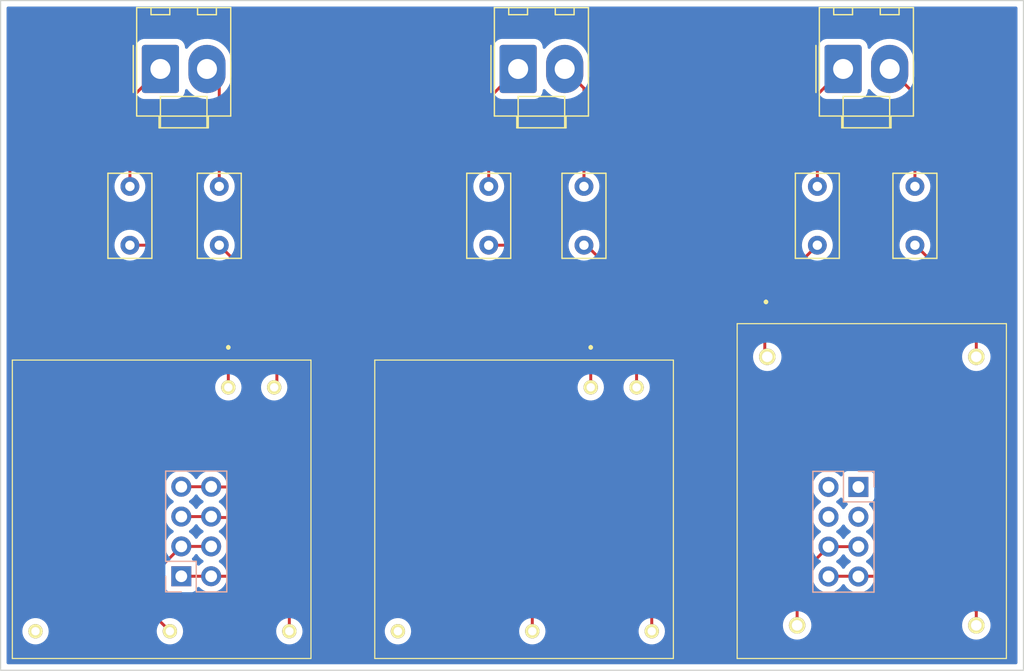
<source format=kicad_pcb>
(kicad_pcb (version 20211014) (generator pcbnew)
  (layers (0 "F.Cu" mixed) (1 "In1.Cu" power "Mid.1") (2 "In2.Cu" power "Mid.2") (31 "B.Cu" mixed) (34 "B.Paste" user) (35 "F.Paste" user) (36 "B.SilkS" user "B.Silkscreen") (37 "F.SilkS" user "F.Silkscreen") (38 "B.Mask" user) (39 "F.Mask" user) (44 "Edge.Cuts" user))
  (net 0 "")
  (net 1 "Net-(L4-Pad1)")
  (net 2 "Net-(J1-Pad2)")
  (net 3 "Net-(L6-Pad1)")
  (net 4 "Net-(J2-Pad2)")
  (net 5 "Net-(L2-Pad1)")
  (net 6 "Net-(J3-Pad2)")
  (net 7 "Net-(J4-Pad1)")
  (net 8 "Net-(J4-Pad3)")
  (net 9 "Net-(J4-Pad5)")
  (net 10 "Net-(J4-Pad7)")
  (net 15 "Net-(J5-Pad5)")
  (net 16 "Net-(J5-Pad7)")
  (net 17 "Net-(L1-Pad2)")
  (net 18 "Net-(L2-Pad2)")
  (net 19 "Net-(L3-Pad2)")
  (net 20 "Net-(L4-Pad2)")
  (net 21 "Net-(L5-Pad2)")
  (net 22 "Net-(L6-Pad2)")
  (footprint "Connector_Molex:Molex_KK-396_A-41791-0002_1x02_P3.96mm_Vertical" (layer "F.Cu") (at 107.394214 70.625)
    (fp_text reference "J1" hide)
    (fp_text value "AC2")
    (fp_line (start -0.8 -5.22) (end -0.8 -4.62) (layer "F.SilkS") (width 0.12))
    (fp_line (start 0.8 -4.62) (end 0.8 -5.22) (layer "F.SilkS") (width 0.12))
    (fp_line (start -0.8 -4.62) (end 0.8 -4.62) (layer "F.SilkS") (width 0.12))
    (fp_line (start 4.76 -4.62) (end 4.76 -5.22) (layer "F.SilkS") (width 0.12))
    (fp_line (start 3.16 -5.22) (end 3.16 -4.62) (layer "F.SilkS") (width 0.12))
    (fp_line (start 4.075 4.005) (end 4.075 5.01) (layer "F.SilkS") (width 0.12))
    (fp_line (start 0 2.34) (end 3.96 2.34) (layer "F.SilkS") (width 0.12))
    (fp_line (start 3.16 -4.62) (end 4.76 -4.62) (layer "F.SilkS") (width 0.12))
    (fp_line (start 4.075 5.01) (end -0.115 5.01) (layer "F.SilkS") (width 0.12))
    (fp_line (start 5.98 -5.22) (end 5.98 4.005) (layer "F.SilkS") (width 0.12))
    (fp_line (start 3.96 4.01) (end 3.96 5.01) (layer "F.SilkS") (width 0.12))
    (fp_line (start -0.115 5.01) (end -0.115 4.005) (layer "F.SilkS") (width 0.12))
    (fp_line (start -0.115 4.005) (end -2.02 4.005) (layer "F.SilkS") (width 0.12))
    (fp_line (start -2.02 -5.22) (end 5.98 -5.22) (layer "F.SilkS") (width 0.12))
    (fp_line (start 0 4.01) (end 0 2.34) (layer "F.SilkS") (width 0.12))
    (fp_line (start 5.98 4.005) (end 4.075 4.005) (layer "F.SilkS") (width 0.12))
    (fp_line (start -2.31 -2) (end -2.31 2) (layer "F.SilkS") (width 0.12))
    (fp_line (start 0 5.01) (end 0 4.01) (layer "F.SilkS") (width 0.12))
    (fp_line (start -2.02 4.005) (end -2.02 -5.22) (layer "F.SilkS") (width 0.12))
    (fp_line (start 0 4.01) (end 3.96 4.01) (layer "F.SilkS") (width 0.12))
    (fp_line (start 3.96 2.34) (end 3.96 4.01) (layer "F.SilkS") (width 0.12))
    (pad "1" thru_hole roundrect (at 0 0) (size 3.16 4.1) (drill 1.7) (layers *.Cu *.Mask) (roundrect_rratio 0.079114) (net 1 "Net-(L4-Pad1)"))
    (pad "2" thru_hole oval (at 3.96 0) (size 3.16 4.1) (drill 1.7) (layers *.Cu *.Mask) (net 2 "Net-(J1-Pad2)"))
  )
  (footprint "RAC03-3.3SK:RAC0305SK" (layer "F.Cu") (at 159.01 95.125 -90)
    (fp_text reference "PS1" hide)
    (fp_text value "RAC03-3.3SK" hide)
    (fp_line (start 25.68 2.56) (end -2.82 2.56) (layer "F.SilkS") (width 0.1))
    (fp_line (start -2.82 -20.34) (end 25.68 -20.34) (layer "F.SilkS") (width 0.1))
    (fp_line (start 25.68 -20.34) (end 25.68 2.56) (layer "F.SilkS") (width 0.1))
    (fp_line (start -2.82 2.56) (end -2.82 -20.34) (layer "F.SilkS") (width 0.1))
    (fp_line (start -4.57 0.11) (end -4.57 0.11) (layer "F.SilkS") (width 0.2))
    (fp_line (start -4.77 0.11) (end -4.77 0.11) (layer "F.SilkS") (width 0.2))
    (fp_arc (start -4.77 0.11) (mid -4.67 0.01) (end -4.57 0.11) (layer "F.SilkS") (width 0.2))
    (fp_arc (start -4.57 0.11) (mid -4.67 0.21) (end -4.77 0.11) (layer "F.SilkS") (width 0.2))
    (pad "1" thru_hole circle (at 0 0) (size 1.4 1.4) (drill 0.9) (layers *.Cu *.Mask "F.SilkS") (net 18 "Net-(L2-Pad2)"))
    (pad "2" thru_hole circle (at 22.86 -2.54) (size 1.4 1.4) (drill 0.9) (layers *.Cu *.Mask "F.SilkS") (net 15 "Net-(J5-Pad5)"))
    (pad "3" thru_hole circle (at 22.86 -17.78) (size 1.4 1.4) (drill 0.9) (layers *.Cu *.Mask "F.SilkS") (net 16 "Net-(J5-Pad7)"))
    (pad "4" thru_hole circle (at 0 -17.78) (size 1.4 1.4) (drill 0.9) (layers *.Cu *.Mask "F.SilkS") (net 17 "Net-(L1-Pad2)"))
  )
  (footprint "Capacitor_THT:C_Rect_L7.0mm_W3.5mm_P5.00mm" (layer "F.Cu") (at 104.8 80.625 -90)
    (fp_text reference "L4" hide)
    (fp_text value "L")
    (fp_line (start -1.12 -1.87) (end 6.12 -1.87) (layer "F.SilkS") (width 0.12))
    (fp_line (start 6.12 -1.87) (end 6.12 1.87) (layer "F.SilkS") (width 0.12))
    (fp_line (start -1.12 1.87) (end 6.12 1.87) (layer "F.SilkS") (width 0.12))
    (fp_line (start -1.12 -1.87) (end -1.12 1.87) (layer "F.SilkS") (width 0.12))
    (pad "1" thru_hole circle (at 0 0 270) (size 1.6 1.6) (drill 0.8) (layers *.Cu *.Mask) (net 1 "Net-(L4-Pad1)"))
    (pad "2" thru_hole circle (at 5 0 270) (size 1.6 1.6) (drill 0.8) (layers *.Cu *.Mask) (net 20 "Net-(L4-Pad2)"))
  )
  (footprint "Capacitor_THT:C_Rect_L7.0mm_W3.5mm_P5.00mm" (layer "F.Cu") (at 112.4 80.625 -90)
    (fp_text reference "L3" hide)
    (fp_text value "L")
    (fp_line (start -1.12 1.87) (end 6.12 1.87) (layer "F.SilkS") (width 0.12))
    (fp_line (start -1.12 -1.87) (end -1.12 1.87) (layer "F.SilkS") (width 0.12))
    (fp_line (start 6.12 -1.87) (end 6.12 1.87) (layer "F.SilkS") (width 0.12))
    (fp_line (start -1.12 -1.87) (end 6.12 -1.87) (layer "F.SilkS") (width 0.12))
    (pad "1" thru_hole circle (at 0 0 270) (size 1.6 1.6) (drill 0.8) (layers *.Cu *.Mask) (net 2 "Net-(J1-Pad2)"))
    (pad "2" thru_hole circle (at 5 0 270) (size 1.6 1.6) (drill 0.8) (layers *.Cu *.Mask) (net 19 "Net-(L3-Pad2)"))
  )
  (footprint "RAC05-05SK:RAC0505SK" (layer "F.Cu") (at 113.17 97.725 -90)
    (fp_text reference "PS2" hide)
    (fp_text value "RAC05-05SK" hide)
    (fp_line (start 23.08 -7.03) (end -2.32 -7.03) (layer "F.SilkS") (width 0.1))
    (fp_line (start -3.3 0) (end -3.3 0) (layer "F.SilkS") (width 0.2))
    (fp_line (start 23.08 18.37) (end 23.08 -7.03) (layer "F.SilkS") (width 0.1))
    (fp_line (start -2.32 18.37) (end 23.08 18.37) (layer "F.SilkS") (width 0.1))
    (fp_line (start -3.5 0) (end -3.5 0) (layer "F.SilkS") (width 0.2))
    (fp_line (start -2.32 -7.03) (end -2.32 18.37) (layer "F.SilkS") (width 0.1))
    (fp_arc (start -3.5 0) (mid -3.4 -0.1) (end -3.3 0) (layer "F.SilkS") (width 0.2))
    (fp_arc (start -3.3 0) (mid -3.4 0.1) (end -3.5 0) (layer "F.SilkS") (width 0.2))
    (pad "1" thru_hole circle (at 0 0) (size 1.217 1.217) (drill 0.71) (layers *.Cu *.Mask "F.SilkS") (net 20 "Net-(L4-Pad2)"))
    (pad "2" thru_hole circle (at 0 -3.9) (size 1.217 1.217) (drill 0.71) (layers *.Cu *.Mask "F.SilkS") (net 19 "Net-(L3-Pad2)"))
    (pad "3" thru_hole circle (at 20.76 16.4) (size 1.217 1.217) (drill 0.71) (layers *.Cu *.Mask "F.SilkS"))
    (pad "4" thru_hole circle (at 20.76 4.97) (size 1.217 1.217) (drill 0.71) (layers *.Cu *.Mask "F.SilkS") (net 8 "Net-(J4-Pad3)"))
    (pad "5" thru_hole circle (at 20.76 -5.19) (size 1.217 1.217) (drill 0.71) (layers *.Cu *.Mask "F.SilkS") (net 7 "Net-(J4-Pad1)"))
  )
  (footprint "Capacitor_THT:C_Rect_L7.0mm_W3.5mm_P5.00mm" (layer "F.Cu") (at 171.57 80.625 -90)
    (fp_text reference "L1" hide)
    (fp_text value "L")
    (fp_line (start -1.12 -1.87) (end 6.12 -1.87) (layer "F.SilkS") (width 0.12))
    (fp_line (start -1.12 1.87) (end 6.12 1.87) (layer "F.SilkS") (width 0.12))
    (fp_line (start 6.12 -1.87) (end 6.12 1.87) (layer "F.SilkS") (width 0.12))
    (fp_line (start -1.12 -1.87) (end -1.12 1.87) (layer "F.SilkS") (width 0.12))
    (pad "1" thru_hole circle (at 0 0 270) (size 1.6 1.6) (drill 0.8) (layers *.Cu *.Mask) (net 6 "Net-(J3-Pad2)"))
    (pad "2" thru_hole circle (at 5 0 270) (size 1.6 1.6) (drill 0.8) (layers *.Cu *.Mask) (net 17 "Net-(L1-Pad2)"))
  )
  (footprint "Capacitor_THT:C_Rect_L7.0mm_W3.5mm_P5.00mm" (layer "F.Cu") (at 163.27 80.625 -90)
    (fp_text reference "L2" hide)
    (fp_text value "L")
    (fp_line (start -1.12 -1.87) (end -1.12 1.87) (layer "F.SilkS") (width 0.12))
    (fp_line (start -1.12 1.87) (end 6.12 1.87) (layer "F.SilkS") (width 0.12))
    (fp_line (start -1.12 -1.87) (end 6.12 -1.87) (layer "F.SilkS") (width 0.12))
    (fp_line (start 6.12 -1.87) (end 6.12 1.87) (layer "F.SilkS") (width 0.12))
    (pad "1" thru_hole circle (at 0 0 270) (size 1.6 1.6) (drill 0.8) (layers *.Cu *.Mask) (net 5 "Net-(L2-Pad1)"))
    (pad "2" thru_hole circle (at 5 0 270) (size 1.6 1.6) (drill 0.8) (layers *.Cu *.Mask) (net 18 "Net-(L2-Pad2)"))
  )
  (footprint "Capacitor_THT:C_Rect_L7.0mm_W3.5mm_P5.00mm" (layer "F.Cu") (at 143.42 80.625 -90)
    (fp_text reference "L5" hide)
    (fp_text value "L")
    (fp_line (start -1.12 -1.87) (end -1.12 1.87) (layer "F.SilkS") (width 0.12))
    (fp_line (start -1.12 1.87) (end 6.12 1.87) (layer "F.SilkS") (width 0.12))
    (fp_line (start -1.12 -1.87) (end 6.12 -1.87) (layer "F.SilkS") (width 0.12))
    (fp_line (start 6.12 -1.87) (end 6.12 1.87) (layer "F.SilkS") (width 0.12))
    (pad "1" thru_hole circle (at 0 0 270) (size 1.6 1.6) (drill 0.8) (layers *.Cu *.Mask) (net 4 "Net-(J2-Pad2)"))
    (pad "2" thru_hole circle (at 5 0 270) (size 1.6 1.6) (drill 0.8) (layers *.Cu *.Mask) (net 21 "Net-(L5-Pad2)"))
  )
  (footprint "Capacitor_THT:C_Rect_L7.0mm_W3.5mm_P5.00mm" (layer "F.Cu") (at 135.32 80.625 -90)
    (fp_text reference "L6" hide)
    (fp_text value "L")
    (fp_line (start -1.12 -1.87) (end 6.12 -1.87) (layer "F.SilkS") (width 0.12))
    (fp_line (start -1.12 1.87) (end 6.12 1.87) (layer "F.SilkS") (width 0.12))
    (fp_line (start 6.12 -1.87) (end 6.12 1.87) (layer "F.SilkS") (width 0.12))
    (fp_line (start -1.12 -1.87) (end -1.12 1.87) (layer "F.SilkS") (width 0.12))
    (pad "1" thru_hole circle (at 0 0 270) (size 1.6 1.6) (drill 0.8) (layers *.Cu *.Mask) (net 3 "Net-(L6-Pad1)"))
    (pad "2" thru_hole circle (at 5 0 270) (size 1.6 1.6) (drill 0.8) (layers *.Cu *.Mask) (net 22 "Net-(L6-Pad2)"))
  )
  (footprint "Connector_Molex:Molex_KK-396_A-41791-0002_1x02_P3.96mm_Vertical" (layer "F.Cu") (at 137.82 70.625)
    (fp_text reference "J2" hide)
    (fp_text value "AC3")
    (fp_line (start -0.8 -4.62) (end 0.8 -4.62) (layer "F.SilkS") (width 0.12))
    (fp_line (start 3.96 4.01) (end 3.96 5.01) (layer "F.SilkS") (width 0.12))
    (fp_line (start -2.02 4.005) (end -2.02 -5.22) (layer "F.SilkS") (width 0.12))
    (fp_line (start 0 4.01) (end 3.96 4.01) (layer "F.SilkS") (width 0.12))
    (fp_line (start 4.76 -4.62) (end 4.76 -5.22) (layer "F.SilkS") (width 0.12))
    (fp_line (start 3.16 -5.22) (end 3.16 -4.62) (layer "F.SilkS") (width 0.12))
    (fp_line (start -0.115 4.005) (end -2.02 4.005) (layer "F.SilkS") (width 0.12))
    (fp_line (start -2.02 -5.22) (end 5.98 -5.22) (layer "F.SilkS") (width 0.12))
    (fp_line (start 0 5.01) (end 0 4.01) (layer "F.SilkS") (width 0.12))
    (fp_line (start 4.075 5.01) (end -0.115 5.01) (layer "F.SilkS") (width 0.12))
    (fp_line (start 5.98 -5.22) (end 5.98 4.005) (layer "F.SilkS") (width 0.12))
    (fp_line (start -0.8 -5.22) (end -0.8 -4.62) (layer "F.SilkS") (width 0.12))
    (fp_line (start 4.075 4.005) (end 4.075 5.01) (layer "F.SilkS") (width 0.12))
    (fp_line (start -2.31 -2) (end -2.31 2) (layer "F.SilkS") (width 0.12))
    (fp_line (start 3.96 2.34) (end 3.96 4.01) (layer "F.SilkS") (width 0.12))
    (fp_line (start 0.8 -4.62) (end 0.8 -5.22) (layer "F.SilkS") (width 0.12))
    (fp_line (start 0 4.01) (end 0 2.34) (layer "F.SilkS") (width 0.12))
    (fp_line (start 0 2.34) (end 3.96 2.34) (layer "F.SilkS") (width 0.12))
    (fp_line (start -0.115 5.01) (end -0.115 4.005) (layer "F.SilkS") (width 0.12))
    (fp_line (start 5.98 4.005) (end 4.075 4.005) (layer "F.SilkS") (width 0.12))
    (fp_line (start 3.16 -4.62) (end 4.76 -4.62) (layer "F.SilkS") (width 0.12))
    (pad "1" thru_hole roundrect (at 0 0) (size 3.16 4.1) (drill 1.7) (layers *.Cu *.Mask) (roundrect_rratio 0.079114) (net 3 "Net-(L6-Pad1)"))
    (pad "2" thru_hole oval (at 3.96 0) (size 3.16 4.1) (drill 1.7) (layers *.Cu *.Mask) (net 4 "Net-(J2-Pad2)"))
  )
  (footprint "RAC05-05SK:RAC0505SK" (layer "F.Cu") (at 143.995 97.725 -90)
    (fp_text reference "PS3" hide)
    (fp_text value "RAC05-05SK" hide)
    (fp_line (start -2.32 -7.03) (end -2.32 18.37) (layer "F.SilkS") (width 0.1))
    (fp_line (start 23.08 -7.03) (end -2.32 -7.03) (layer "F.SilkS") (width 0.1))
    (fp_line (start -3.5 0) (end -3.5 0) (layer "F.SilkS") (width 0.2))
    (fp_line (start 23.08 18.37) (end 23.08 -7.03) (layer "F.SilkS") (width 0.1))
    (fp_line (start -3.3 0) (end -3.3 0) (layer "F.SilkS") (width 0.2))
    (fp_line (start -2.32 18.37) (end 23.08 18.37) (layer "F.SilkS") (width 0.1))
    (fp_arc (start -3.3 0) (mid -3.4 0.1) (end -3.5 0) (layer "F.SilkS") (width 0.2))
    (fp_arc (start -3.5 0) (mid -3.4 -0.1) (end -3.3 0) (layer "F.SilkS") (width 0.2))
    (pad "1" thru_hole circle (at 0 0) (size 1.217 1.217) (drill 0.71) (layers *.Cu *.Mask "F.SilkS") (net 22 "Net-(L6-Pad2)"))
    (pad "2" thru_hole circle (at 0 -3.9) (size 1.217 1.217) (drill 0.71) (layers *.Cu *.Mask "F.SilkS") (net 21 "Net-(L5-Pad2)"))
    (pad "3" thru_hole circle (at 20.76 16.4) (size 1.217 1.217) (drill 0.71) (layers *.Cu *.Mask "F.SilkS"))
    (pad "4" thru_hole circle (at 20.76 4.97) (size 1.217 1.217) (drill 0.71) (layers *.Cu *.Mask "F.SilkS") (net 9 "Net-(J4-Pad5)"))
    (pad "5" thru_hole circle (at 20.76 -5.19) (size 1.217 1.217) (drill 0.71) (layers *.Cu *.Mask "F.SilkS") (net 10 "Net-(J4-Pad7)"))
  )
  (footprint "Connector_Molex:Molex_KK-396_A-41791-0002_1x02_P3.96mm_Vertical" (layer "F.Cu") (at 165.461321 70.625)
    (fp_text reference "J3" hide)
    (fp_text value "AC1")
    (fp_line (start -0.115 4.005) (end -2.02 4.005) (layer "F.SilkS") (width 0.12))
    (fp_line (start 0 4.01) (end 0 2.34) (layer "F.SilkS") (width 0.12))
    (fp_line (start 3.96 2.34) (end 3.96 4.01) (layer "F.SilkS") (width 0.12))
    (fp_line (start 0 5.01) (end 0 4.01) (layer "F.SilkS") (width 0.12))
    (fp_line (start 3.96 4.01) (end 3.96 5.01) (layer "F.SilkS") (width 0.12))
    (fp_line (start 3.16 -4.62) (end 4.76 -4.62) (layer "F.SilkS") (width 0.12))
    (fp_line (start -0.8 -4.62) (end 0.8 -4.62) (layer "F.SilkS") (width 0.12))
    (fp_line (start -0.115 5.01) (end -0.115 4.005) (layer "F.SilkS") (width 0.12))
    (fp_line (start 0 2.34) (end 3.96 2.34) (layer "F.SilkS") (width 0.12))
    (fp_line (start -2.31 -2) (end -2.31 2) (layer "F.SilkS") (width 0.12))
    (fp_line (start 3.16 -5.22) (end 3.16 -4.62) (layer "F.SilkS") (width 0.12))
    (fp_line (start 0.8 -4.62) (end 0.8 -5.22) (layer "F.SilkS") (width 0.12))
    (fp_line (start 4.075 5.01) (end -0.115 5.01) (layer "F.SilkS") (width 0.12))
    (fp_line (start -0.8 -5.22) (end -0.8 -4.62) (layer "F.SilkS") (width 0.12))
    (fp_line (start 4.075 4.005) (end 4.075 5.01) (layer "F.SilkS") (width 0.12))
    (fp_line (start 4.76 -4.62) (end 4.76 -5.22) (layer "F.SilkS") (width 0.12))
    (fp_line (start 5.98 4.005) (end 4.075 4.005) (layer "F.SilkS") (width 0.12))
    (fp_line (start 5.98 -5.22) (end 5.98 4.005) (layer "F.SilkS") (width 0.12))
    (fp_line (start -2.02 4.005) (end -2.02 -5.22) (layer "F.SilkS") (width 0.12))
    (fp_line (start -2.02 -5.22) (end 5.98 -5.22) (layer "F.SilkS") (width 0.12))
    (fp_line (start 0 4.01) (end 3.96 4.01) (layer "F.SilkS") (width 0.12))
    (pad "1" thru_hole roundrect (at 0 0) (size 3.16 4.1) (drill 1.7) (layers *.Cu *.Mask) (roundrect_rratio 0.079114) (net 5 "Net-(L2-Pad1)"))
    (pad "2" thru_hole oval (at 3.96 0) (size 3.16 4.1) (drill 1.7) (layers *.Cu *.Mask) (net 6 "Net-(J3-Pad2)"))
  )
  (footprint "Connector_PinHeader_2.54mm:PinHeader_2x04_P2.54mm_Vertical" (layer "B.Cu") (at 166.76 106.205 180)
    (fp_text reference "J5" hide)
    (fp_text value "VCCA")
    (fp_line (start -1.33 -1.27) (end 1.27 -1.27) (layer "B.SilkS") (width 0.12))
    (fp_line (start -1.33 -8.95) (end 3.87 -8.95) (layer "B.SilkS") (width 0.12))
    (fp_line (start 1.27 -1.27) (end 1.27 1.33) (layer "B.SilkS") (width 0.12))
    (fp_line (start 1.27 1.33) (end 3.87 1.33) (layer "B.SilkS") (width 0.12))
    (fp_line (start 3.87 1.33) (end 3.87 -8.95) (layer "B.SilkS") (width 0.12))
    (fp_line (start -1.33 -1.27) (end -1.33 -8.95) (layer "B.SilkS") (width 0.12))
    (fp_line (start -1.33 1.33) (end 0 1.33) (layer "B.SilkS") (width 0.12))
    (fp_line (start -1.33 0) (end -1.33 1.33) (layer "B.SilkS") (width 0.12))
    (pad "1" thru_hole rect (at 0 0 180) (size 1.7 1.7) (drill 1) (layers *.Cu *.Mask))
    (pad "2" thru_hole oval (at 2.54 0 180) (size 1.7 1.7) (drill 1) (layers *.Cu *.Mask))
    (pad "3" thru_hole oval (at 0 -2.54 180) (size 1.7 1.7) (drill 1) (layers *.Cu *.Mask))
    (pad "4" thru_hole oval (at 2.54 -2.54 180) (size 1.7 1.7) (drill 1) (layers *.Cu *.Mask))
    (pad "5" thru_hole oval (at 0 -5.08 180) (size 1.7 1.7) (drill 1) (layers *.Cu *.Mask) (net 15 "Net-(J5-Pad5)"))
    (pad "6" thru_hole oval (at 2.54 -5.08 180) (size 1.7 1.7) (drill 1) (layers *.Cu *.Mask) (net 15 "Net-(J5-Pad5)"))
    (pad "7" thru_hole oval (at 0 -7.62 180) (size 1.7 1.7) (drill 1) (layers *.Cu *.Mask) (net 16 "Net-(J5-Pad7)"))
    (pad "8" thru_hole oval (at 2.54 -7.62 180) (size 1.7 1.7) (drill 1) (layers *.Cu *.Mask) (net 16 "Net-(J5-Pad7)"))
  )
  (footprint "Connector_PinHeader_2.54mm:PinHeader_2x04_P2.54mm_Vertical" (layer "B.Cu") (at 109.17 113.805)
    (fp_text reference "J4" hide)
    (fp_text value "VCCB")
    (fp_line (start -1.33 -1.27) (end -1.33 -8.95) (layer "B.SilkS") (width 0.12))
    (fp_line (start 1.27 -1.27) (end 1.27 1.33) (layer "B.SilkS") (width 0.12))
    (fp_line (start 3.87 1.33) (end 3.87 -8.95) (layer "B.SilkS") (width 0.12))
    (fp_line (start -1.33 -8.95) (end 3.87 -8.95) (layer "B.SilkS") (width 0.12))
    (fp_line (start -1.33 -1.27) (end 1.27 -1.27) (layer "B.SilkS") (width 0.12))
    (fp_line (start 1.27 1.33) (end 3.87 1.33) (layer "B.SilkS") (width 0.12))
    (fp_line (start -1.33 1.33) (end 0 1.33) (layer "B.SilkS") (width 0.12))
    (fp_line (start -1.33 0) (end -1.33 1.33) (layer "B.SilkS") (width 0.12))
    (pad "1" thru_hole rect (at 0 0) (size 1.7 1.7) (drill 1) (layers *.Cu *.Mask) (net 7 "Net-(J4-Pad1)"))
    (pad "2" thru_hole oval (at 2.54 0) (size 1.7 1.7) (drill 1) (layers *.Cu *.Mask) (net 7 "Net-(J4-Pad1)"))
    (pad "3" thru_hole oval (at 0 -2.54) (size 1.7 1.7) (drill 1) (layers *.Cu *.Mask) (net 8 "Net-(J4-Pad3)"))
    (pad "4" thru_hole oval (at 2.54 -2.54) (size 1.7 1.7) (drill 1) (layers *.Cu *.Mask) (net 8 "Net-(J4-Pad3)"))
    (pad "5" thru_hole oval (at 0 -5.08) (size 1.7 1.7) (drill 1) (layers *.Cu *.Mask) (net 9 "Net-(J4-Pad5)"))
    (pad "6" thru_hole oval (at 2.54 -5.08) (size 1.7 1.7) (drill 1) (layers *.Cu *.Mask) (net 9 "Net-(J4-Pad5)"))
    (pad "7" thru_hole oval (at 0 -7.62) (size 1.7 1.7) (drill 1) (layers *.Cu *.Mask) (net 10 "Net-(J4-Pad7)"))
    (pad "8" thru_hole oval (at 2.54 -7.62) (size 1.7 1.7) (drill 1) (layers *.Cu *.Mask) (net 10 "Net-(J4-Pad7)"))
  )
  (gr_rect (start 93.8 121.805) (end 180.8 64.805) (layer "Edge.Cuts") (width 0.1) (fill none))
  (segment (start 104.8 73.219214) (end 104.8 80.625) (width 0.25) (layer "F.Cu") (net 1))
  (segment (start 107.394214 70.625) (end 104.8 73.219214) (width 0.25) (layer "F.Cu") (net 1))
  (segment (start 112.4 80.625) (end 112.4 71.670786) (width 0.25) (layer "F.Cu") (net 2))
  (segment (start 112.4 71.670786) (end 111.354214 70.625) (width 0.25) (layer "F.Cu") (net 2))
  (segment (start 135.32 73.125) (end 137.82 70.625) (width 0.25) (layer "F.Cu") (net 3))
  (segment (start 135.32 80.625) (end 135.32 73.125) (width 0.25) (layer "F.Cu") (net 3))
  (segment (start 143.42 80.625) (end 143.42 72.265) (width 0.25) (layer "F.Cu") (net 4))
  (segment (start 143.42 72.265) (end 141.78 70.625) (width 0.25) (layer "F.Cu") (net 4))
  (segment (start 163.27 72.816321) (end 165.461321 70.625) (width 0.25) (layer "F.Cu") (net 5))
  (segment (start 163.27 80.625) (end 163.27 72.816321) (width 0.25) (layer "F.Cu") (net 5))
  (segment (start 171.57 80.625) (end 171.57 72.773679) (width 0.25) (layer "F.Cu") (net 6))
  (segment (start 171.57 72.773679) (end 169.421321 70.625) (width 0.25) (layer "F.Cu") (net 6))
  (segment (start 118.36 115.865) (end 116.3 113.805) (width 0.25) (layer "F.Cu") (net 7))
  (segment (start 111.71 113.805) (end 109.17 113.805) (width 0.25) (layer "F.Cu") (net 7))
  (segment (start 116.3 113.805) (end 111.71 113.805) (width 0.25) (layer "F.Cu") (net 7))
  (segment (start 118.36 118.485) (end 118.36 115.865) (width 0.25) (layer "F.Cu") (net 7))
  (segment (start 111.71 111.265) (end 109.17 111.265) (width 0.25) (layer "F.Cu") (net 8))
  (segment (start 108.2 118.485) (end 106.8 117.085) (width 0.25) (layer "F.Cu") (net 8))
  (segment (start 106.8 113.635) (end 109.17 111.265) (width 0.25) (layer "F.Cu") (net 8))
  (segment (start 106.8 117.085) (end 106.8 113.635) (width 0.25) (layer "F.Cu") (net 8))
  (segment (start 111.79 108.805) (end 111.71 108.725) (width 0.25) (layer "F.Cu") (net 9))
  (segment (start 137.3 108.805) (end 111.79 108.805) (width 0.25) (layer "F.Cu") (net 9))
  (segment (start 139.025 110.53) (end 137.3 108.805) (width 0.25) (layer "F.Cu") (net 9))
  (segment (start 139.025 118.485) (end 139.025 110.53) (width 0.25) (layer "F.Cu") (net 9))
  (segment (start 111.71 108.725) (end 109.17 108.725) (width 0.25) (layer "F.Cu") (net 9))
  (segment (start 149.185 117.19) (end 138.2 106.205) (width 0.25) (layer "F.Cu") (net 10))
  (segment (start 149.185 118.485) (end 149.185 117.19) (width 0.25) (layer "F.Cu") (net 10))
  (segment (start 111.71 106.185) (end 109.17 106.185) (width 0.25) (layer "F.Cu") (net 10))
  (segment (start 111.73 106.205) (end 111.71 106.185) (width 0.25) (layer "F.Cu") (net 10))
  (segment (start 138.2 106.205) (end 111.73 106.205) (width 0.25) (layer "F.Cu") (net 10))
  (segment (start 161.55 113.955) (end 164.22 111.285) (width 0.25) (layer "F.Cu") (net 15))
  (segment (start 164.22 111.285) (end 166.76 111.285) (width 0.25) (layer "F.Cu") (net 15))
  (segment (start 161.55 117.985) (end 161.55 113.955) (width 0.25) (layer "F.Cu") (net 15))
  (segment (start 176.79 116.795) (end 176.79 117.985) (width 0.25) (layer "F.Cu") (net 16))
  (segment (start 173.8 113.805) (end 176.79 116.795) (width 0.25) (layer "F.Cu") (net 16))
  (segment (start 164.24 113.805) (end 173.8 113.805) (width 0.25) (layer "F.Cu") (net 16))
  (segment (start 164.22 113.825) (end 164.24 113.805) (width 0.25) (layer "F.Cu") (net 16))
  (segment (start 171.62 85.625) (end 176.79 90.795) (width 0.25) (layer "F.Cu") (net 17))
  (segment (start 171.57 85.625) (end 171.62 85.625) (width 0.25) (layer "F.Cu") (net 17))
  (segment (start 176.79 90.795) (end 176.79 95.125) (width 0.25) (layer "F.Cu") (net 17))
  (segment (start 158.8 94.915) (end 159.01 95.125) (width 0.25) (layer "F.Cu") (net 18))
  (segment (start 163.27 85.625) (end 158.8 90.095) (width 0.25) (layer "F.Cu") (net 18))
  (segment (start 158.8 90.095) (end 158.8 94.915) (width 0.25) (layer "F.Cu") (net 18))
  (segment (start 117.3 97.495) (end 117.07 97.725) (width 0.25) (layer "F.Cu") (net 19))
  (segment (start 117.3 90.525) (end 117.3 97.495) (width 0.25) (layer "F.Cu") (net 19))
  (segment (start 112.4 85.625) (end 117.3 90.525) (width 0.25) (layer "F.Cu") (net 19))
  (segment (start 104.8 85.625) (end 108.12 85.625) (width 0.25) (layer "F.Cu") (net 20))
  (segment (start 108.12 85.625) (end 113.17 90.675) (width 0.25) (layer "F.Cu") (net 20))
  (segment (start 113.17 90.675) (end 113.17 97.725) (width 0.25) (layer "F.Cu") (net 20))
  (segment (start 143.42 85.625) (end 143.62 85.625) (width 0.25) (layer "F.Cu") (net 21))
  (segment (start 147.895 89.9) (end 147.895 97.725) (width 0.25) (layer "F.Cu") (net 21))
  (segment (start 143.62 85.625) (end 147.895 89.9) (width 0.25) (layer "F.Cu") (net 21))
  (segment (start 139.62 85.625) (end 143.995 90) (width 0.25) (layer "F.Cu") (net 22))
  (segment (start 135.32 85.625) (end 139.62 85.625) (width 0.25) (layer "F.Cu") (net 22))
  (segment (start 143.995 90) (end 143.995 97.725) (width 0.25) (layer "F.Cu") (net 22))
  (zone (net 0) (net_name "") (layer "B.Cu") (connect_pads (clearance 0.508)) (min_thickness 0.254) (fill yes (thermal_gap 0.508) (thermal_bridge_width 0.508))
    (polygon (pts (xy 180.8 121.805) (xy 93.8 121.805) (xy 93.8 64.805) (xy 180.8 64.805)))
  )
)
</source>
